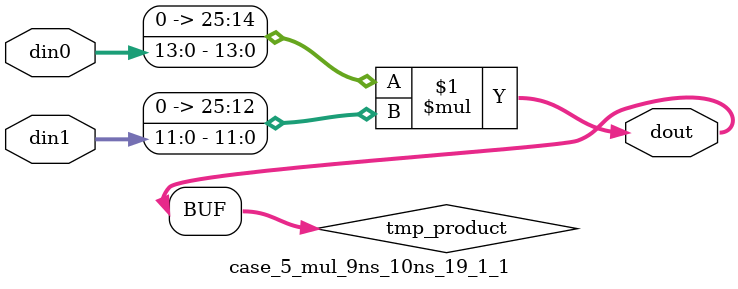
<source format=v>

`timescale 1 ns / 1 ps

 (* use_dsp = "no" *)  module case_5_mul_9ns_10ns_19_1_1(din0, din1, dout);
parameter ID = 1;
parameter NUM_STAGE = 0;
parameter din0_WIDTH = 14;
parameter din1_WIDTH = 12;
parameter dout_WIDTH = 26;

input [din0_WIDTH - 1 : 0] din0; 
input [din1_WIDTH - 1 : 0] din1; 
output [dout_WIDTH - 1 : 0] dout;

wire signed [dout_WIDTH - 1 : 0] tmp_product;
























assign tmp_product = $signed({1'b0, din0}) * $signed({1'b0, din1});











assign dout = tmp_product;





















endmodule

</source>
